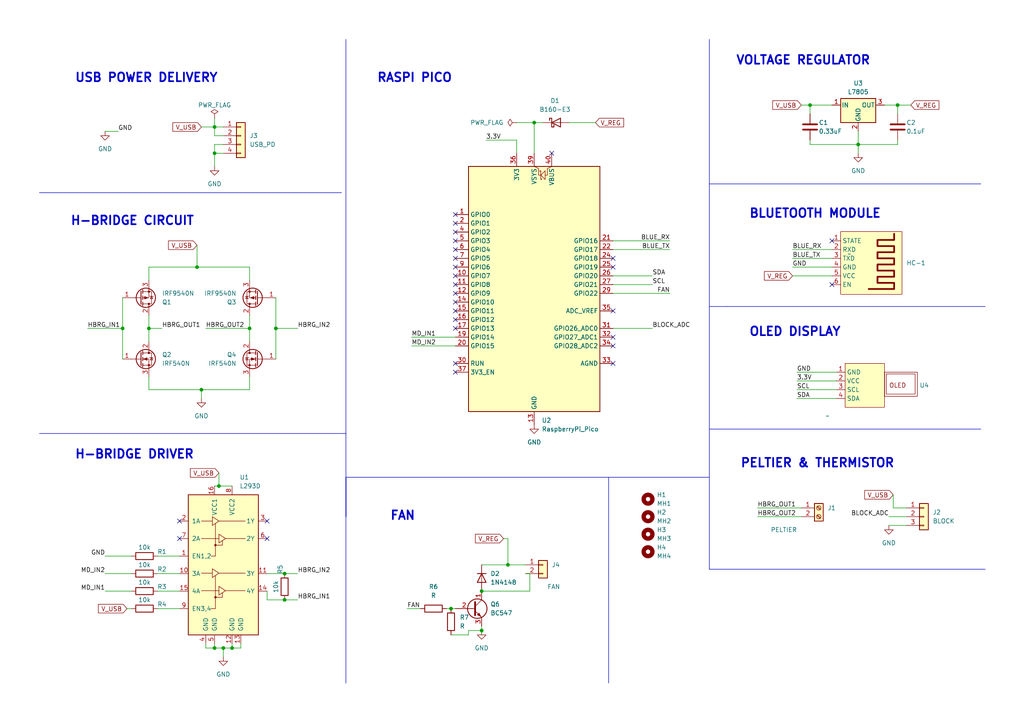
<source format=kicad_sch>
(kicad_sch (version 20230121) (generator eeschema)
  (paper "A4")
  (title_block (title "PCR Schematics") (date "04-03-2024") (rev "2") (company "EDL") (comment 1 "Made by PNP"))
  (lib_symbols
    (symbol "Connector:Screw_Terminal_01x02" (pin_names (offset 1.016) hide)
      (property "Reference" "J" (at 0 2.54 0))
      (property "Value" "Screw_Terminal_01x02" (at 0 -5.08 0))
      (symbol "Screw_Terminal_01x02_1_1"
        (rectangle (start -1.27 1.27) (end 1.27 -3.81) (stroke (width 0.254)) (fill (type background)))
        (circle (center 0 -2.54) (radius 0.635) (stroke (width 0.1524)))
        (polyline (pts (xy -0.5334 -2.2098) (xy 0.3302 -3.048)) (stroke (width 0.1524)))
        (polyline (pts (xy -0.5334 0.3302) (xy 0.3302 -0.508)) (stroke (width 0.1524)))
        (polyline (pts (xy -0.3556 -2.032) (xy 0.508 -2.8702)) (stroke (width 0.1524)))
        (polyline (pts (xy -0.3556 0.508) (xy 0.508 -0.3302)) (stroke (width 0.1524)))
        (circle (center 0 0) (radius 0.635) (stroke (width 0.1524)))
        (pin passive line (at -5.08 0 0) (length 3.81) (name "Pin_1") (number "1"))
        (pin passive line (at -5.08 -2.54 0) (length 3.81) (name "Pin_2") (number "2"))
      )
    )
    (symbol "Connector_Generic:Conn_01x02" (pin_names (offset 1.016) hide)
      (property "Reference" "J" (at 0 2.54 0))
      (property "Value" "Conn_01x02" (at 0 -5.08 0))
      (symbol "Conn_01x02_1_1"
        (rectangle (start -1.27 -2.413) (end 0 -2.667) (stroke (width 0.1524)))
        (rectangle (start -1.27 0.127) (end 0 -0.127) (stroke (width 0.1524)))
        (rectangle (start -1.27 1.27) (end 1.27 -3.81) (stroke (width 0.254)) (fill (type background)))
        (pin passive line (at -5.08 0 0) (length 3.81) (name "Pin_1") (number "1"))
        (pin passive line (at -5.08 -2.54 0) (length 3.81) (name "Pin_2") (number "2"))
      )
    )
    (symbol "Connector_Generic:Conn_01x03" (pin_names (offset 1.016) hide)
      (property "Reference" "J" (at 0 5.08 0))
      (property "Value" "Conn_01x03" (at 0 -5.08 0))
      (symbol "Conn_01x03_1_1"
        (rectangle (start -1.27 -2.413) (end 0 -2.667) (stroke (width 0.1524)))
        (rectangle (start -1.27 0.127) (end 0 -0.127) (stroke (width 0.1524)))
        (rectangle (start -1.27 2.667) (end 0 2.413) (stroke (width 0.1524)))
        (rectangle (start -1.27 3.81) (end 1.27 -3.81) (stroke (width 0.254)) (fill (type background)))
        (pin passive line (at -5.08 2.54 0) (length 3.81) (name "Pin_1") (number "1"))
        (pin passive line (at -5.08 0 0) (length 3.81) (name "Pin_2") (number "2"))
        (pin passive line (at -5.08 -2.54 0) (length 3.81) (name "Pin_3") (number "3"))
      )
    )
    (symbol "Connector_Generic:Conn_01x04" (pin_names (offset 1.016) hide)
      (property "Reference" "J" (at 0 5.08 0))
      (property "Value" "Conn_01x04" (at 0 -7.62 0))
      (symbol "Conn_01x04_1_1"
        (rectangle (start -1.27 -4.953) (end 0 -5.207) (stroke (width 0.1524)))
        (rectangle (start -1.27 -2.413) (end 0 -2.667) (stroke (width 0.1524)))
        (rectangle (start -1.27 0.127) (end 0 -0.127) (stroke (width 0.1524)))
        (rectangle (start -1.27 2.667) (end 0 2.413) (stroke (width 0.1524)))
        (rectangle (start -1.27 3.81) (end 1.27 -6.35) (stroke (width 0.254)) (fill (type background)))
        (pin passive line (at -5.08 2.54 0) (length 3.81) (name "Pin_1") (number "1"))
        (pin passive line (at -5.08 0 0) (length 3.81) (name "Pin_2") (number "2"))
        (pin passive line (at -5.08 -2.54 0) (length 3.81) (name "Pin_3") (number "3"))
        (pin passive line (at -5.08 -5.08 0) (length 3.81) (name "Pin_4") (number "4"))
      )
    )
    (symbol "Custom_Components:HC-05"
      (property "Reference" "HC-05" (at 6.35 -13.462 0))
      (symbol "HC-05_1_1"
        (rectangle (start -2.54 6.477) (end 15.24 -11.684) (fill (type background)))
        (polyline (pts (xy 12.954 5.842) (xy 12.954 4.318) (xy 12.954 4.064) (xy 8.128 4.064) (xy 8.128 2.286) (xy 12.954 2.286) (xy 12.954 0.508) (xy 8.128 0.508) (xy 8.128 -1.27) (xy 12.954 -1.27) (xy 12.954 -2.794) (xy 12.954 -3.048) (xy 8.128 -3.048) (xy 8.128 -4.826) (xy 12.954 -4.826) (xy 12.954 -6.604) (xy 8.128 -6.604) (xy 8.128 -8.382) (xy 12.7 -8.382) (xy 12.954 -8.382) (xy 12.954 -10.16) (xy 5.588 -10.16)) (stroke (width 0.5)))
        (pin output line (at -5.08 3.81 0) (length 2.54) (name "STATE") (number "1"))
        (pin input line (at -5.08 1.27 0) (length 2.54) (name "RXD") (number "2"))
        (pin output line (at -5.08 -1.27 0) (length 2.54) (name "TXD") (number "3"))
        (pin input line (at -5.08 -3.81 0) (length 2.54) (name "GND") (number "4"))
        (pin input line (at -5.08 -6.35 0) (length 2.54) (name "VCC") (number "5"))
        (pin input line (at -5.08 -8.89 0) (length 2.54) (name "EN") (number "6"))
      )
    )
    (symbol "Custom_Components:SSD1306_I2C"
      (property "Reference" "U" (at 0 0 0))
      (symbol "SSD1306_I2C_0_1"
        (rectangle (start 16.51 12.7) (end 26.035 5.715))
        (rectangle (start 17.018 12.192) (end 25.4 6.35))
      )
      (symbol "SSD1306_I2C_1_1"
        (rectangle (start 5.08 15.24) (end 16.51 2.54) (fill (type background)))
        (text "OLED" (at 20.32 8.89 0) (effects (font (size 1.27 1.27))))
        (pin input line (at 2.54 12.7 0) (length 2.54) (name "GND") (number "1"))
        (pin input line (at 2.54 10.16 0) (length 2.54) (name "VCC") (number "2"))
        (pin input line (at 2.54 7.62 0) (length 2.54) (name "SCL") (number "3"))
        (pin input line (at 2.54 5.08 0) (length 2.54) (name "SDA") (number "4"))
      )
    )
    (symbol "Device:C" (pin_numbers hide) (pin_names (offset 0.254))
      (property "Reference" "C" (at 0.635 2.54 0))
      (property "Value" "C" (at 0.635 -2.54 0))
      (symbol "C_0_1"
        (polyline (pts (xy -2.032 -0.762) (xy 2.032 -0.762)) (stroke (width 0.508)))
        (polyline (pts (xy -2.032 0.762) (xy 2.032 0.762)) (stroke (width 0.508)))
      )
      (symbol "C_1_1"
        (pin passive line (at 0 3.81 270) (length 2.794) (name "~") (number "1"))
        (pin passive line (at 0 -3.81 90) (length 2.794) (name "~") (number "2"))
      )
    )
    (symbol "Device:R" (pin_numbers hide) (pin_names (offset 0))
      (property "Reference" "R" (at 2.032 0 90))
      (property "Value" "R" (at 0 0 90))
      (symbol "R_0_1"
        (rectangle (start -1.016 -2.54) (end 1.016 2.54) (stroke (width 0.254)))
      )
      (symbol "R_1_1"
        (pin passive line (at 0 3.81 270) (length 1.27) (name "~") (number "1"))
        (pin passive line (at 0 -3.81 90) (length 1.27) (name "~") (number "2"))
      )
    )
    (symbol "Diode:1N4148" (pin_numbers hide) (pin_names hide)
      (property "Reference" "D" (at 0 2.54 0))
      (property "Value" "1N4148" (at 0 -2.54 0))
      (symbol "1N4148_0_1"
        (polyline (pts (xy -1.27 1.27) (xy -1.27 -1.27)) (stroke (width 0.254)))
        (polyline (pts (xy 1.27 0) (xy -1.27 0)))
        (polyline (pts (xy 1.27 1.27) (xy 1.27 -1.27) (xy -1.27 0) (xy 1.27 1.27)) (stroke (width 0.254)))
      )
      (symbol "1N4148_1_1"
        (pin passive line (at -3.81 0 0) (length 2.54) (name "K") (number "1"))
        (pin passive line (at 3.81 0 180) (length 2.54) (name "A") (number "2"))
      )
    )
    (symbol "Diode:B160-E3" (pin_numbers hide) (pin_names hide)
      (property "Reference" "D" (at 0 2.54 0))
      (property "Value" "B160-E3" (at 0 -2.54 0))
      (symbol "B160-E3_0_1"
        (polyline (pts (xy 1.27 0) (xy -1.27 0)))
        (polyline (pts (xy 1.27 1.27) (xy 1.27 -1.27) (xy -1.27 0) (xy 1.27 1.27)) (stroke (width 0.254)))
        (polyline (pts (xy -1.905 0.635) (xy -1.905 1.27) (xy -1.27 1.27) (xy -1.27 -1.27) (xy -0.635 -1.27) (xy -0.635 -0.635)) (stroke (width 0.254)))
      )
      (symbol "B160-E3_1_1"
        (pin passive line (at -3.81 0 0) (length 2.54) (name "K") (number "1"))
        (pin passive line (at 3.81 0 180) (length 2.54) (name "A") (number "2"))
      )
    )
    (symbol "Driver_Motor:L293D" (pin_names (offset 1.016))
      (property "Reference" "U" (at -5.08 26.035 0))
      (property "Value" "L293D" (at -5.08 24.13 0))
      (symbol "L293D_0_1"
        (rectangle (start -10.16 22.86) (end 10.16 -17.78) (stroke (width 0.254)) (fill (type background)))
        (circle (center -2.286 -6.858) (radius 0.254) (fill (type outline)))
        (circle (center -2.286 8.255) (radius 0.254) (fill (type outline)))
        (polyline (pts (xy -6.35 -4.953) (xy -1.27 -4.953)))
        (polyline (pts (xy -6.35 0.127) (xy -3.175 0.127)))
        (polyline (pts (xy -6.35 10.16) (xy -1.27 10.16)))
        (polyline (pts (xy -6.35 15.24) (xy -3.175 15.24)))
        (polyline (pts (xy -1.27 0.127) (xy 6.35 0.127)))
        (polyline (pts (xy -1.27 15.24) (xy 6.35 15.24)))
        (polyline (pts (xy 0.635 -4.953) (xy 6.35 -4.953)))
        (polyline (pts (xy 0.635 10.16) (xy 6.35 10.16)))
        (polyline (pts (xy -2.286 -6.858) (xy -0.254 -6.858) (xy -0.254 -5.588)))
        (polyline (pts (xy -2.286 -0.635) (xy -2.286 -10.16) (xy -3.556 -10.16)))
        (polyline (pts (xy -2.286 8.255) (xy -0.254 8.255) (xy -0.254 9.525)))
        (polyline (pts (xy -2.286 14.478) (xy -2.286 5.08) (xy -3.556 5.08)))
        (polyline (pts (xy -3.175 1.397) (xy -3.175 -1.143) (xy -1.27 0.127) (xy -3.175 1.397)))
        (polyline (pts (xy -3.175 16.51) (xy -3.175 13.97) (xy -1.27 15.24) (xy -3.175 16.51)))
        (polyline (pts (xy -1.27 -3.683) (xy -1.27 -6.223) (xy 0.635 -4.953) (xy -1.27 -3.683)))
        (polyline (pts (xy -1.27 11.43) (xy -1.27 8.89) (xy 0.635 10.16) (xy -1.27 11.43)))
      )
      (symbol "L293D_1_1"
        (pin input line (at -12.7 5.08 0) (length 2.54) (name "EN1,2") (number "1"))
        (pin input line (at -12.7 0 0) (length 2.54) (name "3A") (number "10"))
        (pin output line (at 12.7 0 180) (length 2.54) (name "3Y") (number "11"))
        (pin power_in line (at 2.54 -20.32 90) (length 2.54) (name "GND") (number "12"))
        (pin power_in line (at 5.08 -20.32 90) (length 2.54) (name "GND") (number "13"))
        (pin output line (at 12.7 -5.08 180) (length 2.54) (name "4Y") (number "14"))
        (pin input line (at -12.7 -5.08 0) (length 2.54) (name "4A") (number "15"))
        (pin power_in line (at -2.54 25.4 270) (length 2.54) (name "VCC1") (number "16"))
        (pin input line (at -12.7 15.24 0) (length 2.54) (name "1A") (number "2"))
        (pin output line (at 12.7 15.24 180) (length 2.54) (name "1Y") (number "3"))
        (pin power_in line (at -5.08 -20.32 90) (length 2.54) (name "GND") (number "4"))
        (pin power_in line (at -2.54 -20.32 90) (length 2.54) (name "GND") (number "5"))
        (pin output line (at 12.7 10.16 180) (length 2.54) (name "2Y") (number "6"))
        (pin input line (at -12.7 10.16 0) (length 2.54) (name "2A") (number "7"))
        (pin power_in line (at 2.54 25.4 270) (length 2.54) (name "VCC2") (number "8"))
        (pin input line (at -12.7 -10.16 0) (length 2.54) (name "EN3,4") (number "9"))
      )
    )
    (symbol "MCU_Module_RaspberryPi_Pico:RaspberryPi_Pico"
      (property "Reference" "U" (at -19.05 38.1 0))
      (property "Value" "RaspberryPi_Pico" (at 7.62 38.1 0))
      (symbol "RaspberryPi_Pico_0_1"
        (rectangle (start -19.05 36.83) (end 19.05 -34.29) (stroke (width 0.254)) (fill (type background)))
        (polyline (pts (xy 0 36.83) (xy 1.27 36.195) (xy 1.27 34.29) (xy 1.905 34.29)))
        (polyline (pts (xy 1.905 34.29) (xy 3.175 35.56) (xy 3.175 33.02) (xy 1.905 34.29)))
        (polyline (pts (xy 5.08 36.83) (xy 3.81 36.195) (xy 3.81 34.29) (xy 3.175 34.29)))
        (polyline (pts (xy 1.651 35.306) (xy 1.651 35.56) (xy 1.905 35.56) (xy 1.905 33.02) (xy 2.159 33.02) (xy 2.159 33.274)))
      )
      (symbol "RaspberryPi_Pico_1_1"
        (pin bidirectional line (at -22.86 22.86 0) (length 3.81) (name "GPIO0") (number "1"))
        (pin bidirectional line (at -22.86 5.08 0) (length 3.81) (name "GPIO7") (number "10"))
        (pin bidirectional line (at -22.86 2.54 0) (length 3.81) (name "GPIO8") (number "11"))
        (pin bidirectional line (at -22.86 0 0) (length 3.81) (name "GPIO9") (number "12"))
        (pin power_out line (at 0 -38.1 90) (length 3.81) (name "GND") (number "13"))
        (pin bidirectional line (at -22.86 -2.54 0) (length 3.81) (name "GPIO10") (number "14"))
        (pin bidirectional line (at -22.86 -5.08 0) (length 3.81) (name "GPIO11") (number "15"))
        (pin bidirectional line (at -22.86 -7.62 0) (length 3.81) (name "GPIO12") (number "16"))
        (pin bidirectional line (at -22.86 -10.16 0) (length 3.81) (name "GPIO13") (number "17"))
        (pin passive line (at 0 -38.1 90) (length 3.81) hide (name "GND") (number "18"))
        (pin bidirectional line (at -22.86 -12.7 0) (length 3.81) (name "GPIO14") (number "19"))
        (pin bidirectional line (at -22.86 20.32 0) (length 3.81) (name "GPIO1") (number "2"))
        (pin bidirectional line (at -22.86 -15.24 0) (length 3.81) (name "GPIO15") (number "20"))
        (pin bidirectional line (at 22.86 15.24 180) (length 3.81) (name "GPIO16") (number "21"))
        (pin bidirectional line (at 22.86 12.7 180) (length 3.81) (name "GPIO17") (number "22"))
        (pin passive line (at 0 -38.1 90) (length 3.81) hide (name "GND") (number "23"))
        (pin bidirectional line (at 22.86 10.16 180) (length 3.81) (name "GPIO18") (number "24"))
        (pin bidirectional line (at 22.86 7.62 180) (length 3.81) (name "GPIO19") (number "25"))
        (pin bidirectional line (at 22.86 5.08 180) (length 3.81) (name "GPIO20") (number "26"))
        (pin bidirectional line (at 22.86 2.54 180) (length 3.81) (name "GPIO21") (number "27"))
        (pin passive line (at 0 -38.1 90) (length 3.81) hide (name "GND") (number "28"))
        (pin bidirectional line (at 22.86 0 180) (length 3.81) (name "GPIO22") (number "29"))
        (pin passive line (at 0 -38.1 90) (length 3.81) hide (name "GND") (number "3"))
        (pin input line (at -22.86 -20.32 0) (length 3.81) (name "RUN") (number "30"))
        (pin bidirectional line (at 22.86 -10.16 180) (length 3.81) (name "GPIO26_ADC0") (number "31"))
        (pin bidirectional line (at 22.86 -12.7 180) (length 3.81) (name "GPIO27_ADC1") (number "32"))
        (pin power_in line (at 22.86 -20.32 180) (length 3.81) (name "AGND") (number "33"))
        (pin bidirectional line (at 22.86 -15.24 180) (length 3.81) (name "GPIO28_ADC2") (number "34"))
        (pin power_in line (at 22.86 -5.08 180) (length 3.81) (name "ADC_VREF") (number "35"))
        (pin power_out line (at -5.08 40.64 270) (length 3.81) (name "3V3") (number "36"))
        (pin input line (at -22.86 -22.86 0) (length 3.81) (name "3V3_EN") (number "37"))
        (pin passive line (at 0 -38.1 90) (length 3.81) hide (name "GND") (number "38"))
        (pin power_in line (at 0 40.64 270) (length 3.81) (name "VSYS") (number "39"))
        (pin bidirectional line (at -22.86 17.78 0) (length 3.81) (name "GPIO2") (number "4"))
        (pin power_out line (at 5.08 40.64 270) (length 3.81) (name "VBUS") (number "40"))
        (pin bidirectional line (at -22.86 15.24 0) (length 3.81) (name "GPIO3") (number "5"))
        (pin bidirectional line (at -22.86 12.7 0) (length 3.81) (name "GPIO4") (number "6"))
        (pin bidirectional line (at -22.86 10.16 0) (length 3.81) (name "GPIO5") (number "7"))
        (pin passive line (at 0 -38.1 90) (length 3.81) hide (name "GND") (number "8"))
        (pin bidirectional line (at -22.86 7.62 0) (length 3.81) (name "GPIO6") (number "9"))
      )
    )
    (symbol "Mechanical:MountingHole" (pin_names (offset 1.016))
      (property "Reference" "H" (at 0 5.08 0))
      (property "Value" "MountingHole" (at 0 3.175 0))
      (symbol "MountingHole_0_1"
        (circle (center 0 0) (radius 1.27) (stroke (width 1.27)))
      )
    )
    (symbol "Regulator_Linear:L7805" (pin_names (offset 0.254))
      (property "Reference" "U" (at -3.81 3.175 0))
      (property "Value" "L7805" (at 0 3.175 0))
      (symbol "L7805_0_1"
        (rectangle (start -5.08 1.905) (end 5.08 -5.08) (stroke (width 0.254)) (fill (type background)))
      )
      (symbol "L7805_1_1"
        (pin power_in line (at -7.62 0 0) (length 2.54) (name "IN") (number "1"))
        (pin power_in line (at 0 -7.62 90) (length 2.54) (name "GND") (number "2"))
        (pin power_out line (at 7.62 0 180) (length 2.54) (name "OUT") (number "3"))
      )
    )
    (symbol "Transistor_BJT:BC547" (pin_names (offset 0) hide)
      (property "Reference" "Q" (at 5.08 1.905 0))
      (property "Value" "BC547" (at 5.08 0 0))
      (symbol "BC547_0_1"
        (polyline (pts (xy 0 0) (xy 0.635 0)))
        (polyline (pts (xy 0.635 0.635) (xy 2.54 2.54)))
        (polyline (pts (xy 0.635 -0.635) (xy 2.54 -2.54) (xy 2.54 -2.54)))
        (polyline (pts (xy 0.635 1.905) (xy 0.635 -1.905) (xy 0.635 -1.905)) (stroke (width 0.508)))
        (polyline (pts (xy 1.27 -1.778) (xy 1.778 -1.27) (xy 2.286 -2.286) (xy 1.27 -1.778) (xy 1.27 -1.778)) (fill (type outline)))
        (circle (center 1.27 0) (radius 2.8194) (stroke (width 0.254)))
      )
      (symbol "BC547_1_1"
        (pin passive line (at 2.54 5.08 270) (length 2.54) (name "C") (number "1"))
        (pin input line (at -5.08 0 0) (length 5.08) (name "B") (number "2"))
        (pin passive line (at 2.54 -5.08 90) (length 2.54) (name "E") (number "3"))
      )
    )
    (symbol "Transistor_FET:IRF540N" (pin_names hide)
      (property "Reference" "Q" (at 5.08 1.905 0))
      (property "Value" "IRF540N" (at 5.08 0 0))
      (symbol "IRF540N_0_1"
        (polyline (pts (xy 0.254 0) (xy -2.54 0)))
        (polyline (pts (xy 0.254 1.905) (xy 0.254 -1.905)) (stroke (width 0.254)))
        (polyline (pts (xy 0.762 -1.27) (xy 0.762 -2.286)) (stroke (width 0.254)))
        (polyline (pts (xy 0.762 0.508) (xy 0.762 -0.508)) (stroke (width 0.254)))
        (polyline (pts (xy 0.762 2.286) (xy 0.762 1.27)) (stroke (width 0.254)))
        (polyline (pts (xy 2.54 2.54) (xy 2.54 1.778)))
        (polyline (pts (xy 2.54 -2.54) (xy 2.54 0) (xy 0.762 0)))
        (polyline (pts (xy 0.762 -1.778) (xy 3.302 -1.778) (xy 3.302 1.778) (xy 0.762 1.778)))
        (polyline (pts (xy 1.016 0) (xy 2.032 0.381) (xy 2.032 -0.381) (xy 1.016 0)) (fill (type outline)))
        (polyline (pts (xy 2.794 0.508) (xy 2.921 0.381) (xy 3.683 0.381) (xy 3.81 0.254)))
        (polyline (pts (xy 3.302 0.381) (xy 2.921 -0.254) (xy 3.683 -0.254) (xy 3.302 0.381)))
        (circle (center 1.651 0) (radius 2.794) (stroke (width 0.254)))
        (circle (center 2.54 -1.778) (radius 0.254) (fill (type outline)))
        (circle (center 2.54 1.778) (radius 0.254) (fill (type outline)))
      )
      (symbol "IRF540N_1_1"
        (pin input line (at -5.08 0 0) (length 2.54) (name "G") (number "1"))
        (pin passive line (at 2.54 5.08 270) (length 2.54) (name "D") (number "2"))
        (pin passive line (at 2.54 -5.08 90) (length 2.54) (name "S") (number "3"))
      )
    )
    (symbol "Transistor_FET:IRF9540N" (pin_names hide)
      (property "Reference" "Q" (at 5.08 1.905 0))
      (property "Value" "IRF9540N" (at 5.08 0 0))
      (symbol "IRF9540N_0_1"
        (polyline (pts (xy 0.254 0) (xy -2.54 0)))
        (polyline (pts (xy 0.254 1.905) (xy 0.254 -1.905)) (stroke (width 0.254)))
        (polyline (pts (xy 0.762 -1.27) (xy 0.762 -2.286)) (stroke (width 0.254)))
        (polyline (pts (xy 0.762 0.508) (xy 0.762 -0.508)) (stroke (width 0.254)))
        (polyline (pts (xy 0.762 2.286) (xy 0.762 1.27)) (stroke (width 0.254)))
        (polyline (pts (xy 2.54 2.54) (xy 2.54 1.778)))
        (polyline (pts (xy 2.54 -2.54) (xy 2.54 0) (xy 0.762 0)))
        (polyline (pts (xy 0.762 1.778) (xy 3.302 1.778) (xy 3.302 -1.778) (xy 0.762 -1.778)))
        (polyline (pts (xy 2.286 0) (xy 1.27 0.381) (xy 1.27 -0.381) (xy 2.286 0)) (fill (type outline)))
        (polyline (pts (xy 2.794 -0.508) (xy 2.921 -0.381) (xy 3.683 -0.381) (xy 3.81 -0.254)))
        (polyline (pts (xy 3.302 -0.381) (xy 2.921 0.254) (xy 3.683 0.254) (xy 3.302 -0.381)))
        (circle (center 1.651 0) (radius 2.794) (stroke (width 0.254)))
        (circle (center 2.54 -1.778) (radius 0.254) (fill (type outline)))
        (circle (center 2.54 1.778) (radius 0.254) (fill (type outline)))
      )
      (symbol "IRF9540N_1_1"
        (pin input line (at -5.08 0 0) (length 2.54) (name "G") (number "1"))
        (pin passive line (at 2.54 5.08 270) (length 2.54) (name "D") (number "2"))
        (pin passive line (at 2.54 -5.08 90) (length 2.54) (name "S") (number "3"))
      )
    )
    (symbol "power:GND" (power) (pin_names (offset 0))
      (property "Value" "GND" (at 0 -3.81 0))
      (symbol "GND_0_1"
        (polyline (pts (xy 0 0) (xy 0 -1.27) (xy 1.27 -1.27) (xy 0 -2.54) (xy -1.27 -1.27) (xy 0 -1.27)))
      )
      (symbol "GND_1_1"
        (pin power_in line (at 0 0 270) (length 0) hide (name "GND") (number "1"))
      )
    )
    (symbol "power:PWR_FLAG" (power) (pin_numbers hide) (pin_names (offset 0) hide)
      (property "Value" "PWR_FLAG" (at 0 3.81 0))
      (symbol "PWR_FLAG_0_0"
        (pin power_out line (at 0 0 90) (length 0) (name "pwr") (number "1"))
      )
      (symbol "PWR_FLAG_0_1"
        (polyline (pts (xy 0 0) (xy 0 1.27) (xy -1.016 1.905) (xy 0 2.54) (xy 1.016 1.905) (xy 0 1.27)))
      )
    )
  )
  (junction (at 62.23 187.96))
  (junction (at 62.23 36.83))
  (junction (at 82.55 166.37))
  (junction (at 82.55 173.99))
  (junction (at 57.15 77.47))
  (junction (at 139.7 171.45))
  (junction (at 130.81 176.53))
  (junction (at 35.56 95.25))
  (junction (at 43.18 95.25))
  (junction (at 67.31 187.96))
  (junction (at 72.39 95.25))
  (junction (at 139.7 182.88))
  (junction (at 260.35 30.48))
  (junction (at 234.95 30.48))
  (junction (at 64.77 187.96))
  (junction (at 248.92 41.91))
  (junction (at 147.32 163.83))
  (junction (at 62.23 44.45))
  (junction (at 63.5 140.97))
  (junction (at 58.42 113.03))
  (junction (at 154.94 35.56))
  (junction (at 80.01 95.25))
  (no_connect (at 177.8 77.47))
  (no_connect (at 177.8 90.17))
  (no_connect (at 132.08 107.95))
  (no_connect (at 132.08 77.47))
  (no_connect (at 77.47 156.21))
  (no_connect (at 132.08 105.41))
  (no_connect (at 132.08 67.31))
  (no_connect (at 52.07 156.21))
  (no_connect (at 177.8 74.93))
  (no_connect (at 132.08 90.17))
  (no_connect (at 132.08 72.39))
  (no_connect (at 52.07 151.13))
  (no_connect (at 132.08 85.09))
  (no_connect (at 132.08 95.25))
  (no_connect (at 241.3 82.55))
  (no_connect (at 241.3 69.85))
  (no_connect (at 177.8 105.41))
  (no_connect (at 177.8 100.33))
  (no_connect (at 77.47 151.13))
  (no_connect (at 132.08 74.93))
  (no_connect (at 132.08 82.55))
  (no_connect (at 177.8 97.79))
  (no_connect (at 132.08 64.77))
  (no_connect (at 132.08 69.85))
  (no_connect (at 132.08 92.71))
  (no_connect (at 132.08 87.63))
  (no_connect (at 160.02 44.45))
  (no_connect (at 132.08 62.23))
  (no_connect (at 132.08 80.01))
  (polyline (pts (xy 208.28 124.46) (xy 284.48 124.46)))
  (wire (pts (xy 234.95 41.91) (xy 234.95 40.64)))
  (wire (pts (xy 231.14 113.03) (xy 242.57 113.03)))
  (wire (pts (xy 231.14 115.57) (xy 242.57 115.57)))
  (wire (pts (xy 177.8 80.01) (xy 189.23 80.01)))
  (wire (pts (xy 231.14 107.95) (xy 242.57 107.95)))
  (wire (pts (xy 45.72 171.45) (xy 52.07 171.45)))
  (wire (pts (xy 80.01 95.25) (xy 80.01 104.14)))
  (wire (pts (xy 64.77 41.91) (xy 62.23 41.91)))
  (wire (pts (xy 147.32 156.21) (xy 147.32 163.83)))
  (polyline (pts (xy 100.33 125.73) (xy 100.33 149.86)))
  (wire (pts (xy 177.8 85.09) (xy 194.31 85.09)))
  (wire (pts (xy 35.56 95.25) (xy 35.56 104.14)))
  (wire (pts (xy 130.81 176.53) (xy 132.08 176.53)))
  (wire (pts (xy 43.18 91.44) (xy 43.18 95.25)))
  (wire (pts (xy 64.77 39.37) (xy 62.23 39.37)))
  (wire (pts (xy 259.08 147.32) (xy 262.89 147.32)))
  (wire (pts (xy 139.7 182.88) (xy 139.7 184.15)))
  (polyline (pts (xy 205.74 11.43) (xy 205.74 165.1)))
  (wire (pts (xy 177.8 82.55) (xy 189.23 82.55)))
  (wire (pts (xy 43.18 95.25) (xy 43.18 99.06)))
  (wire (pts (xy 130.81 184.15) (xy 135.89 184.15)))
  (wire (pts (xy 30.48 38.1) (xy 34.29 38.1)))
  (wire (pts (xy 57.15 77.47) (xy 72.39 77.47)))
  (wire (pts (xy 59.69 187.96) (xy 62.23 187.96)))
  (wire (pts (xy 229.87 74.93) (xy 241.3 74.93)))
  (wire (pts (xy 149.86 44.45) (xy 149.86 40.64)))
  (wire (pts (xy 77.47 173.99) (xy 77.47 171.45)))
  (wire (pts (xy 259.08 143.51) (xy 259.08 147.32)))
  (wire (pts (xy 59.69 95.25) (xy 72.39 95.25)))
  (polyline (pts (xy 205.74 53.34) (xy 284.48 53.34)))
  (wire (pts (xy 64.77 44.45) (xy 62.23 44.45)))
  (wire (pts (xy 62.23 41.91) (xy 62.23 44.45)))
  (wire (pts (xy 57.15 71.12) (xy 57.15 77.47)))
  (wire (pts (xy 147.32 156.21) (xy 146.05 156.21)))
  (polyline (pts (xy 283.21 165.1) (xy 285.75 165.1)))
  (wire (pts (xy 69.85 187.96) (xy 69.85 186.69)))
  (polyline (pts (xy 100.33 149.86) (xy 100.33 138.43)))
  (wire (pts (xy 119.38 100.33) (xy 132.08 100.33)))
  (polyline (pts (xy 11.43 55.88) (xy 99.06 55.88)))
  (wire (pts (xy 43.18 113.03) (xy 58.42 113.03)))
  (wire (pts (xy 64.77 187.96) (xy 67.31 187.96)))
  (wire (pts (xy 62.23 44.45) (xy 62.23 48.26)))
  (wire (pts (xy 248.92 41.91) (xy 260.35 41.91)))
  (wire (pts (xy 45.72 176.53) (xy 52.07 176.53)))
  (wire (pts (xy 45.72 166.37) (xy 52.07 166.37)))
  (wire (pts (xy 58.42 36.83) (xy 62.23 36.83)))
  (wire (pts (xy 43.18 81.28) (xy 43.18 77.47)))
  (wire (pts (xy 62.23 39.37) (xy 62.23 36.83)))
  (wire (pts (xy 154.94 35.56) (xy 154.94 44.45)))
  (wire (pts (xy 82.55 173.99) (xy 86.36 173.99)))
  (wire (pts (xy 62.23 187.96) (xy 62.23 186.69)))
  (wire (pts (xy 30.48 166.37) (xy 38.1 166.37)))
  (wire (pts (xy 139.7 181.61) (xy 139.7 182.88)))
  (wire (pts (xy 139.7 163.83) (xy 147.32 163.83)))
  (wire (pts (xy 67.31 187.96) (xy 67.31 186.69)))
  (wire (pts (xy 63.5 137.16) (xy 63.5 140.97)))
  (wire (pts (xy 234.95 41.91) (xy 248.92 41.91)))
  (wire (pts (xy 260.35 30.48) (xy 260.35 33.02)))
  (wire (pts (xy 229.87 72.39) (xy 241.3 72.39)))
  (wire (pts (xy 229.87 77.47) (xy 241.3 77.47)))
  (wire (pts (xy 177.8 69.85) (xy 194.31 69.85)))
  (wire (pts (xy 30.48 161.29) (xy 38.1 161.29)))
  (wire (pts (xy 36.83 176.53) (xy 38.1 176.53)))
  (wire (pts (xy 45.72 161.29) (xy 52.07 161.29)))
  (polyline (pts (xy 100.33 11.43) (xy 100.33 125.73)))
  (wire (pts (xy 248.92 38.1) (xy 248.92 41.91)))
  (wire (pts (xy 153.67 171.45) (xy 139.7 171.45)))
  (wire (pts (xy 219.71 149.86) (xy 232.41 149.86)))
  (wire (pts (xy 260.35 30.48) (xy 264.16 30.48)))
  (polyline (pts (xy 205.74 124.46) (xy 208.28 124.46)))
  (wire (pts (xy 62.23 187.96) (xy 64.77 187.96)))
  (wire (pts (xy 43.18 95.25) (xy 46.99 95.25)))
  (wire (pts (xy 257.81 149.86) (xy 262.89 149.86)))
  (wire (pts (xy 62.23 36.83) (xy 64.77 36.83)))
  (polyline (pts (xy 100.33 138.43) (xy 100.33 198.12)))
  (wire (pts (xy 149.86 40.64) (xy 140.97 40.64)))
  (wire (pts (xy 25.4 95.25) (xy 35.56 95.25)))
  (wire (pts (xy 80.01 95.25) (xy 86.36 95.25)))
  (wire (pts (xy 260.35 41.91) (xy 260.35 40.64)))
  (wire (pts (xy 63.5 140.97) (xy 62.23 140.97)))
  (wire (pts (xy 72.39 113.03) (xy 72.39 109.22)))
  (polyline (pts (xy 176.53 138.43) (xy 176.53 166.37)))
  (wire (pts (xy 149.86 35.56) (xy 154.94 35.56)))
  (wire (pts (xy 82.55 166.37) (xy 86.36 166.37)))
  (wire (pts (xy 232.41 30.48) (xy 234.95 30.48)))
  (wire (pts (xy 154.94 35.56) (xy 157.48 35.56)))
  (polyline (pts (xy 205.74 165.1) (xy 283.21 165.1)))
  (wire (pts (xy 135.89 182.88) (xy 139.7 182.88)))
  (wire (pts (xy 229.87 80.01) (xy 241.3 80.01)))
  (wire (pts (xy 153.67 166.37) (xy 152.4 166.37)))
  (wire (pts (xy 165.1 35.56) (xy 172.72 35.56)))
  (wire (pts (xy 43.18 109.22) (xy 43.18 113.03)))
  (wire (pts (xy 64.77 187.96) (xy 64.77 190.5)))
  (wire (pts (xy 256.54 30.48) (xy 260.35 30.48)))
  (wire (pts (xy 257.81 152.4) (xy 262.89 152.4)))
  (wire (pts (xy 147.32 163.83) (xy 152.4 163.83)))
  (wire (pts (xy 231.14 110.49) (xy 242.57 110.49)))
  (wire (pts (xy 234.95 30.48) (xy 234.95 33.02)))
  (wire (pts (xy 59.69 187.96) (xy 59.69 186.69)))
  (wire (pts (xy 177.8 95.25) (xy 189.23 95.25)))
  (wire (pts (xy 118.11 176.53) (xy 121.92 176.53)))
  (polyline (pts (xy 205.74 88.9) (xy 210.82 88.9)))
  (wire (pts (xy 67.31 187.96) (xy 69.85 187.96)))
  (wire (pts (xy 43.18 77.47) (xy 57.15 77.47)))
  (wire (pts (xy 135.89 184.15) (xy 135.89 182.88)))
  (wire (pts (xy 177.8 72.39) (xy 194.31 72.39)))
  (wire (pts (xy 234.95 30.48) (xy 241.3 30.48)))
  (wire (pts (xy 72.39 95.25) (xy 72.39 99.06)))
  (wire (pts (xy 72.39 91.44) (xy 72.39 95.25)))
  (wire (pts (xy 77.47 173.99) (xy 82.55 173.99)))
  (polyline (pts (xy 100.33 138.43) (xy 205.74 138.43)))
  (wire (pts (xy 35.56 86.36) (xy 35.56 95.25)))
  (wire (pts (xy 62.23 34.29) (xy 62.23 36.83)))
  (wire (pts (xy 248.92 41.91) (xy 248.92 44.45)))
  (wire (pts (xy 219.71 147.32) (xy 232.41 147.32)))
  (polyline (pts (xy 176.53 166.37) (xy 176.53 198.12)))
  (wire (pts (xy 129.54 176.53) (xy 130.81 176.53)))
  (wire (pts (xy 72.39 77.47) (xy 72.39 81.28)))
  (wire (pts (xy 77.47 166.37) (xy 82.55 166.37)))
  (wire (pts (xy 63.5 140.97) (xy 67.31 140.97)))
  (polyline (pts (xy 210.82 88.9) (xy 285.75 88.9)))
  (polyline (pts (xy 11.43 125.73) (xy 100.33 125.73)))
  (wire (pts (xy 58.42 113.03) (xy 58.42 115.57)))
  (wire (pts (xy 30.48 171.45) (xy 38.1 171.45)))
  (wire (pts (xy 80.01 86.36) (xy 80.01 95.25)))
  (wire (pts (xy 153.67 166.37) (xy 153.67 171.45)))
  (wire (pts (xy 119.38 97.79) (xy 132.08 97.79)))
  (wire (pts (xy 58.42 113.03) (xy 72.39 113.03)))
  (text "FAN" (at 113.03 151.13 0) (effects (font (size 2.5 2.5) (thickness 0.5) bold) (justify left bottom)))
  (text "H-BRIDGE CIRCUIT\n\n\n" (at 20.32 73.66 0) (effects (font (size 2.5 2.5) (thickness 0.5) bold) (justify left bottom)))
  (text "H-BRIDGE DRIVER\n" (at 21.59 133.35 0) (effects (font (size 2.5 2.5) bold) (justify left bottom)))
  (text "OLED DISPLAY" (at 217.17 97.79 0) (effects (font (size 2.5 2.5) (thickness 0.5) bold) (justify left bottom)))
  (text "PELTIER & THERMISTOR\n" (at 214.63 135.89 0) (effects (font (size 2.5 2.5) bold) (justify left bottom)))
  (text "USB POWER DELIVERY" (at 21.59 24.13 0) (effects (font (size 2.5 2.5) (thickness 0.5) bold) (justify left bottom)))
  (text "BLUETOOTH MODULE\n" (at 217.17 63.5 0) (effects (font (size 2.5 2.5) (thickness 0.5) bold) (justify left bottom)))
  (text "RASPI PICO\n" (at 109.22 24.13 0) (effects (font (size 2.5 2.5) bold) (justify left bottom)))
  (text "VOLTAGE REGULATOR" (at 213.36 19.05 0) (effects (font (size 2.5 2.5) (thickness 0.5) bold) (justify left bottom)))
  (label "HBRG_OUT2" (at 219.71 149.86 0))
  (label "SCL" (at 231.14 113.03 0))
  (label "MD_IN1" (at 30.48 171.45 180))
  (label "3.3V" (at 231.14 110.49 0))
  (label "BLUE_RX" (at 194.31 69.85 180))
  (label "HBRG_OUT2" (at 59.69 95.25 0))
  (label "SCL" (at 189.23 82.55 0))
  (label "HBRG_IN1" (at 86.36 173.99 0))
  (label "HBRG_OUT1" (at 219.71 147.32 0))
  (label "FAN" (at 194.31 85.09 180))
  (label "GND" (at 34.29 38.1 0))
  (label "HBRG_IN2" (at 86.36 166.37 0))
  (label "HBRG_IN2" (at 86.36 95.25 0))
  (label "GND" (at 30.48 161.29 180))
  (label "HBRG_IN1" (at 25.4 95.25 0))
  (label "BLUE_TX" (at 194.31 72.39 180))
  (label "FAN" (at 118.11 176.53 0))
  (label "BLUE_RX" (at 229.87 72.39 0))
  (label "GND" (at 229.87 77.47 0))
  (label "BLOCK_ADC" (at 257.81 149.86 180))
  (label "HBRG_OUT1" (at 46.99 95.25 0))
  (label "3.3V" (at 140.97 40.64 0))
  (label "SDA" (at 189.23 80.01 0))
  (label "GND" (at 231.14 107.95 0))
  (label "MD_IN2" (at 119.38 100.33 0))
  (label "MD_IN2" (at 30.48 166.37 180))
  (label "BLOCK_ADC" (at 189.23 95.25 0))
  (label "MD_IN1" (at 119.38 97.79 0))
  (label "SDA" (at 231.14 115.57 0))
  (label "BLUE_TX" (at 229.87 74.93 0))
  (global_label "V_REG" (shape input) (at 229.87 80.01 180) (property "Intersheetrefs" "${INTERSHEET_REFS}" (effects hide)))
  (global_label "V_USB" (shape input) (at 57.15 71.12 180) (property "Intersheetrefs" "${INTERSHEET_REFS}" (effects hide)))
  (global_label "V_USB" (shape input) (at 232.41 30.48 180) (property "Intersheetrefs" "${INTERSHEET_REFS}" (effects hide)))
  (global_label "V_USB" (shape input) (at 63.5 137.16 180) (property "Intersheetrefs" "${INTERSHEET_REFS}" (effects hide)))
  (global_label "V_USB" (shape input) (at 36.83 176.53 180) (property "Intersheetrefs" "${INTERSHEET_REFS}" (effects hide)))
  (global_label "V_USB" (shape input) (at 259.08 143.51 180) (property "Intersheetrefs" "${INTERSHEET_REFS}" (effects hide)))
  (global_label "V_REG" (shape input) (at 172.72 35.56 0) (property "Intersheetrefs" "${INTERSHEET_REFS}" (effects hide)))
  (global_label "V_REG" (shape input) (at 146.05 156.21 180) (property "Intersheetrefs" "${INTERSHEET_REFS}" (effects hide)))
  (global_label "V_USB" (shape input) (at 58.42 36.83 180) (property "Intersheetrefs" "${INTERSHEET_REFS}" (effects hide)))
  (global_label "V_REG" (shape input) (at 264.16 30.48 0) (property "Intersheetrefs" "${INTERSHEET_REFS}" (effects hide)))
  (symbol (lib_id "Transistor_BJT:BC547") (at 137.16 176.53 0) (unit 1)
    (property "Reference" "Q6" (at 142.24 175.26 0) (effects (justify left)))
    (property "Value" "BC547" (at 142.24 177.8 0) (effects (justify left)))
    (property "Footprint" "Package_TO_SOT_THT:TO-39-3" (effects hide))
    (property "Datasheet" "https://www.onsemi.com/pub/Collateral/BC550-D.pdf" (effects hide))
  )
  (symbol (lib_id "power:GND") (at 154.94 123.19 0) (unit 1)
    (property "Reference" "#PWR05" (effects hide))
    (property "Value" "GND" (at 154.94 128.27 0))
  )
  (symbol (lib_id "Driver_Motor:L293D") (at 64.77 166.37 0) (unit 1)
    (property "Reference" "U1" (at 69.5041 138.43 0) (effects (justify left)))
    (property "Value" "L293D" (at 69.5041 140.97 0) (effects (justify left)))
    (property "Footprint" "Package_DIP:DIP-16_W7.62mm" (effects hide))
    (property "Datasheet" "http://www.ti.com/lit/ds/symlink/l293.pdf" (effects hide))
  )
  (symbol (lib_id "power:GND") (at 58.42 115.57 0) (unit 1)
    (property "Reference" "#PWR01" (effects hide))
    (property "Value" "GND" (at 58.42 120.65 0))
  )
  (symbol (lib_id "Transistor_FET:IRF9540N") (at 74.93 86.36 180) (unit 1)
    (property "Reference" "Q3" (at 68.58 87.63 0) (effects (justify left)))
    (property "Value" "IRF9540N" (at 68.58 85.09 0) (effects (justify left)))
    (property "Footprint" "Custom_footprints:TO-223-HEAT-SINK-SPACE" (effects hide))
    (property "Datasheet" "http://www.irf.com/product-info/datasheets/data/irf9540n.pdf" (effects hide))
  )
  (symbol (lib_id "Mechanical:MountingHole") (at 187.96 149.86 0) (unit 1)
    (property "Reference" "H2" (at 190.5 148.59 0) (effects (justify left)))
    (property "Value" "MH2" (at 190.5 151.13 0) (effects (justify left)))
    (property "Footprint" "MountingHole:MountingHole_3mm" (effects hide))
  )
  (symbol (lib_id "Connector_Generic:Conn_01x02") (at 157.48 163.83 0) (unit 1)
    (property "Reference" "J4" (at 160.02 163.83 0) (effects (justify left)))
    (property "Value" "FAN" (at 158.75 170.18 0) (effects (justify left)))
    (property "Footprint" "Connector_PinHeader_2.54mm:PinHeader_1x02_P2.54mm_Vertical" (effects hide))
  )
  (symbol (lib_id "Connector_Generic:Conn_01x04") (at 69.85 39.37 0) (unit 1)
    (property "Reference" "J3" (at 72.39 39.37 0) (effects (justify left)))
    (property "Value" "USB_PD" (at 72.39 41.91 0) (effects (justify left)))
    (property "Footprint" "Custom_footprints:USB_PD" (effects hide))
  )
  (symbol (lib_id "Connector_Generic:Conn_01x03") (at 267.97 149.86 0) (unit 1)
    (property "Reference" "J2" (at 270.51 148.59 0) (effects (justify left)))
    (property "Value" "BLOCK" (at 270.51 151.13 0) (effects (justify left)))
    (property "Footprint" "Connector_PinHeader_2.54mm:PinHeader_1x03_P2.54mm_Vertical" (effects hide))
  )
  (symbol (lib_id "Custom_Components:SSD1306_I2C") (at 240.03 120.65 0) (unit 1)
    (property "Reference" "U4" (at 266.7 111.76 0) (effects (justify left)))
    (property "Value" "~" (at 240.03 120.65 0))
    (property "Footprint" "Custom_footprints:SSD1306_I2C" (effects hide))
  )
  (symbol (lib_id "MCU_Module_RaspberryPi_Pico:RaspberryPi_Pico") (at 154.94 85.09 0) (unit 1)
    (property "Reference" "U2" (at 157.1341 121.92 0) (effects (justify left)))
    (property "Value" "RaspberryPi_Pico" (at 157.1341 124.46 0) (effects (justify left)))
    (property "Footprint" "Module_RaspberryPi_Pico:RaspberryPi_Pico_Common_THT" (effects hide))
    (property "Datasheet" "https://datasheets.raspberrypi.com/pico/pico-datasheet.pdf" (effects hide))
  )
  (symbol (lib_id "Diode:1N4148") (at 139.7 167.64 270) (unit 1)
    (property "Reference" "D2" (at 142.24 166.37 90) (effects (justify left)))
    (property "Value" "1N4148" (at 142.24 168.91 90) (effects (justify left)))
    (property "Footprint" "Diode_THT:D_DO-35_SOD27_P7.62mm_Horizontal" (effects hide))
    (property "Datasheet" "https://assets.nexperia.com/documents/data-sheet/1N4148_1N4448.pdf" (effects hide))
    (property "Sim.Device" "D" (effects hide))
    (property "Sim.Pins" "1=K 2=A" (effects hide))
  )
  (symbol (lib_id "Transistor_FET:IRF9540N") (at 40.64 86.36 0) (mirror x) (unit 1)
    (property "Reference" "Q1" (at 46.99 87.63 0) (effects (justify left)))
    (property "Value" "IRF9540N" (at 46.99 85.09 0) (effects (justify left)))
    (property "Footprint" "Custom_footprints:TO-223-HEAT-SINK-SPACE" (effects hide))
    (property "Datasheet" "http://www.irf.com/product-info/datasheets/data/irf9540n.pdf" (effects hide))
  )
  (symbol (lib_id "power:GND") (at 62.23 48.26 0) (unit 1)
    (property "Reference" "#PWR08" (effects hide))
    (property "Value" "GND" (at 62.23 53.34 0))
  )
  (symbol (lib_id "Device:R") (at 130.81 180.34 180) (unit 1)
    (property "Reference" "R7" (at 133.35 179.07 0) (effects (justify right)))
    (property "Value" "R" (at 133.35 181.61 0) (effects (justify right)))
    (property "Footprint" "Resistor_SMD:R_0805_2012Metric_Pad1.20x1.40mm_HandSolder" (effects hide))
  )
  (symbol (lib_id "Custom_Components:HC-05") (at 246.38 73.66 0) (unit 1)
    (property "Reference" "HC-1" (at 262.89 76.2635 0) (effects (justify left)))
    (property "Value" "~" (at 246.38 73.66 0))
    (property "Footprint" "Custom_footprints:HC-05" (effects hide))
  )
  (symbol (lib_id "Device:C") (at 260.35 36.83 0) (unit 1)
    (property "Reference" "C2" (at 262.89 35.56 0) (effects (justify left)))
    (property "Value" "0.1uF" (at 262.89 38.1 0) (effects (justify left)))
    (property "Footprint" "Capacitor_SMD:C_1206_3216Metric_Pad1.33x1.80mm_HandSolder" (effects hide))
  )
  (symbol (lib_id "Device:R") (at 41.91 166.37 90) (unit 1)
    (property "Reference" "R2" (at 46.99 165.1 90))
    (property "Value" "10k" (at 41.91 163.83 90))
    (property "Footprint" "Resistor_SMD:R_0805_2012Metric_Pad1.20x1.40mm_HandSolder" (effects hide))
  )
  (symbol (lib_id "Mechanical:MountingHole") (at 187.96 154.94 0) (unit 1)
    (property "Reference" "H3" (at 190.5 153.67 0) (effects (justify left)))
    (property "Value" "MH3" (at 190.5 156.21 0) (effects (justify left)))
    (property "Footprint" "MountingHole:MountingHole_3mm" (effects hide))
  )
  (symbol (lib_id "Device:R") (at 82.55 170.18 180) (unit 1)
    (property "Reference" "R5" (at 81.28 165.1 90))
    (property "Value" "10k" (at 80.01 170.18 90))
    (property "Footprint" "Resistor_SMD:R_0805_2012Metric_Pad1.20x1.40mm_HandSolder" (effects hide))
  )
  (symbol (lib_id "power:GND") (at 257.81 152.4 0) (unit 1)
    (property "Reference" "#PWR02" (effects hide))
    (property "Value" "GND" (at 257.81 157.48 0))
  )
  (symbol (lib_id "power:PWR_FLAG") (at 149.86 35.56 90) (unit 1)
    (property "Reference" "#FLG02" (effects hide))
    (property "Value" "PWR_FLAG" (at 146.05 35.56 90) (effects (justify left)))
  )
  (symbol (lib_id "Device:R") (at 41.91 161.29 90) (unit 1)
    (property "Reference" "R1" (at 46.99 160.02 90))
    (property "Value" "10k" (at 41.91 158.75 90))
    (property "Footprint" "Resistor_SMD:R_0805_2012Metric_Pad1.20x1.40mm_HandSolder" (effects hide))
  )
  (symbol (lib_id "Diode:B160-E3") (at 161.29 35.56 0) (unit 1)
    (property "Reference" "D1" (at 160.9725 29.21 0))
    (property "Value" "B160-E3" (at 160.9725 31.75 0))
    (property "Footprint" "Diode_SMD:D_SMA" (effects hide))
    (property "Datasheet" "http://www.vishay.com/docs/88946/b120.pdf" (effects hide))
  )
  (symbol (lib_id "Connector:Screw_Terminal_01x02") (at 237.49 147.32 0) (unit 1)
    (property "Reference" "J1" (at 240.03 147.32 0) (effects (justify left)))
    (property "Value" "PELTIER" (at 223.52 153.67 0) (effects (justify left)))
    (property "Footprint" "TerminalBlock_TE-Connectivity:TerminalBlock_TE_282834-2_1x02_P2.54mm_Horizontal" (effects hide))
  )
  (symbol (lib_id "Mechanical:MountingHole") (at 187.96 160.02 0) (unit 1)
    (property "Reference" "H4" (at 190.5 158.75 0) (effects (justify left)))
    (property "Value" "MH4" (at 190.5 161.29 0) (effects (justify left)))
    (property "Footprint" "MountingHole:MountingHole_3mm" (effects hide))
  )
  (symbol (lib_id "Device:R") (at 125.73 176.53 90) (unit 1)
    (property "Reference" "R6" (at 125.73 170.18 90))
    (property "Value" "R" (at 125.73 172.72 90))
    (property "Footprint" "Resistor_SMD:R_0805_2012Metric_Pad1.20x1.40mm_HandSolder" (effects hide))
  )
  (symbol (lib_id "Device:C") (at 234.95 36.83 0) (unit 1)
    (property "Reference" "C1" (at 237.49 35.56 0) (effects (justify left)))
    (property "Value" "0.33uF" (at 237.49 38.1 0) (effects (justify left)))
    (property "Footprint" "Capacitor_SMD:C_1206_3216Metric_Pad1.33x1.80mm_HandSolder" (effects hide))
  )
  (symbol (lib_id "power:GND") (at 64.77 190.5 0) (unit 1)
    (property "Reference" "#PWR03" (effects hide))
    (property "Value" "GND" (at 64.77 195.58 0))
  )
  (symbol (lib_id "Transistor_FET:IRF540N") (at 40.64 104.14 0) (unit 1)
    (property "Reference" "Q2" (at 46.99 102.87 0) (effects (justify left)))
    (property "Value" "IRF540N" (at 46.99 105.41 0) (effects (justify left)))
    (property "Footprint" "Custom_footprints:TO-223-HEAT-SINK-SPACE" (effects hide))
    (property "Datasheet" "http://www.irf.com/product-info/datasheets/data/irf540n.pdf" (effects hide))
  )
  (symbol (lib_id "power:GND") (at 139.7 182.88 0) (unit 1)
    (property "Reference" "#PWR07" (effects hide))
    (property "Value" "GND" (at 139.7 187.96 0))
  )
  (symbol (lib_id "power:GND") (at 30.48 38.1 0) (unit 1)
    (property "Reference" "#PWR04" (effects hide))
    (property "Value" "GND" (at 30.48 43.18 0))
  )
  (symbol (lib_id "Mechanical:MountingHole") (at 187.96 144.78 0) (unit 1)
    (property "Reference" "H1" (at 190.5 143.51 0) (effects (justify left)))
    (property "Value" "MH1" (at 190.5 146.05 0) (effects (justify left)))
    (property "Footprint" "MountingHole:MountingHole_3mm" (effects hide))
  )
  (symbol (lib_id "Device:R") (at 41.91 171.45 90) (unit 1)
    (property "Reference" "R3" (at 46.99 170.18 90))
    (property "Value" "10k" (at 41.91 168.91 90))
    (property "Footprint" "Resistor_SMD:R_0805_2012Metric_Pad1.20x1.40mm_HandSolder" (effects hide))
  )
  (symbol (lib_id "Regulator_Linear:L7805") (at 248.92 30.48 0) (unit 1)
    (property "Reference" "U3" (at 248.92 24.13 0))
    (property "Value" "L7805" (at 248.92 26.67 0))
    (property "Footprint" "Custom_footprints:TO-223-HEAT-SINK-SPACE" (effects hide))
    (property "Datasheet" "http://www.st.com/content/ccc/resource/technical/document/datasheet/41/4f/b3/b0/12/d4/47/88/CD00000444.pdf/files/CD00000444.pdf/jcr:content/translations/en.CD00000444.pdf" (effects hide))
  )
  (symbol (lib_id "Device:R") (at 41.91 176.53 90) (unit 1)
    (property "Reference" "R4" (at 46.99 175.26 90))
    (property "Value" "10k" (at 41.91 173.99 90))
    (property "Footprint" "Resistor_SMD:R_0805_2012Metric_Pad1.20x1.40mm_HandSolder" (effects hide))
  )
  (symbol (lib_id "power:GND") (at 248.92 44.45 0) (unit 1)
    (property "Reference" "#PWR06" (effects hide))
    (property "Value" "GND" (at 248.92 49.53 0))
  )
  (symbol (lib_id "power:PWR_FLAG") (at 62.23 34.29 0) (unit 1)
    (property "Reference" "#FLG01" (effects hide))
    (property "Value" "PWR_FLAG" (at 62.23 30.48 0))
  )
  (symbol (lib_id "Transistor_FET:IRF540N") (at 74.93 104.14 0) (mirror y) (unit 1)
    (property "Reference" "Q4" (at 68.58 102.87 0) (effects (justify left)))
    (property "Value" "IRF540N" (at 68.58 105.41 0) (effects (justify left)))
    (property "Footprint" "Custom_footprints:TO-223-HEAT-SINK-SPACE" (effects hide))
    (property "Datasheet" "http://www.irf.com/product-info/datasheets/data/irf540n.pdf" (effects hide))
  )
)
</source>
